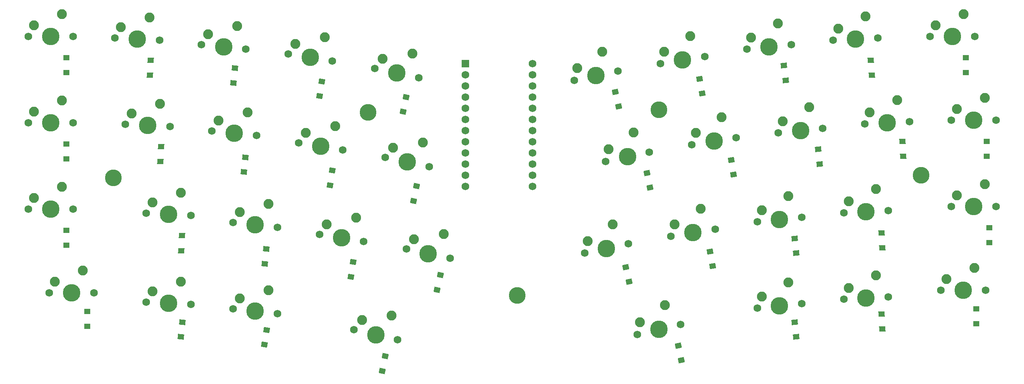
<source format=gbr>
%TF.GenerationSoftware,KiCad,Pcbnew,(6.0.4)*%
%TF.CreationDate,2022-10-11T12:11:31-07:00*%
%TF.ProjectId,tiddlywink,74696464-6c79-4776-996e-6b2e6b696361,rev?*%
%TF.SameCoordinates,Original*%
%TF.FileFunction,Soldermask,Bot*%
%TF.FilePolarity,Negative*%
%FSLAX46Y46*%
G04 Gerber Fmt 4.6, Leading zero omitted, Abs format (unit mm)*
G04 Created by KiCad (PCBNEW (6.0.4)) date 2022-10-11 12:11:31*
%MOMM*%
%LPD*%
G01*
G04 APERTURE LIST*
G04 Aperture macros list*
%AMRotRect*
0 Rectangle, with rotation*
0 The origin of the aperture is its center*
0 $1 length*
0 $2 width*
0 $3 Rotation angle, in degrees counterclockwise*
0 Add horizontal line*
21,1,$1,$2,0,0,$3*%
G04 Aperture macros list end*
%ADD10C,1.750000*%
%ADD11C,3.987800*%
%ADD12C,2.250000*%
%ADD13C,3.800000*%
%ADD14R,1.752600X1.752600*%
%ADD15C,1.752600*%
%ADD16RotRect,1.200000X1.400000X99.000000*%
%ADD17C,0.800000*%
%ADD18RotRect,1.200000X1.400000X84.000000*%
%ADD19RotRect,1.200000X1.400000X81.000000*%
%ADD20R,1.400000X1.200000*%
%ADD21RotRect,1.200000X1.400000X93.000000*%
%ADD22RotRect,1.200000X1.400000X78.000000*%
%ADD23RotRect,1.200000X1.400000X102.000000*%
%ADD24RotRect,1.200000X1.400000X87.000000*%
%ADD25RotRect,1.200000X1.400000X96.000000*%
G04 APERTURE END LIST*
D10*
%TO.C,MX30*%
X237807704Y-66079743D03*
D11*
X242887704Y-66079743D03*
D10*
X247967704Y-66079743D03*
D12*
X239077704Y-63539743D03*
X245427704Y-60999743D03*
%TD*%
D10*
%TO.C,MX13*%
X80061609Y-49941984D03*
D11*
X75009438Y-49410979D03*
D10*
X69957267Y-48879974D03*
D12*
X71485812Y-46486640D03*
X78066528Y-44624310D03*
%TD*%
D10*
%TO.C,MX24*%
X94399814Y-72428812D03*
D11*
X99417271Y-73223499D03*
D10*
X104434728Y-74018186D03*
D12*
X96051522Y-70118755D03*
X102720686Y-68603386D03*
%TD*%
D11*
%TO.C,MX18*%
X203597046Y-48815666D03*
D10*
X198544875Y-49346671D03*
X208649217Y-48284661D03*
D12*
X199542415Y-46687834D03*
X205592127Y-43497992D03*
%TD*%
D10*
%TO.C,MX10*%
X243205200Y-27384398D03*
D11*
X238125200Y-27384398D03*
D10*
X233045200Y-27384398D03*
D12*
X234315200Y-24844398D03*
X240665200Y-22304398D03*
%TD*%
D10*
%TO.C,MX29*%
X223552909Y-67004502D03*
D11*
X218479871Y-67270369D03*
D10*
X213406833Y-67536236D03*
D12*
X214542159Y-64933250D03*
X220750523Y-62064398D03*
%TD*%
D10*
%TO.C,MX8*%
X201505461Y-29234645D03*
X191401119Y-30296655D03*
D11*
X196453290Y-29765650D03*
D12*
X192398659Y-27637818D03*
X198448371Y-24447976D03*
%TD*%
D10*
%TO.C,MX6*%
X152193642Y-37370284D03*
D11*
X157162632Y-36314093D03*
D10*
X162131622Y-35257902D03*
D12*
X152907794Y-34621742D03*
X158590936Y-30817007D03*
%TD*%
D10*
%TO.C,MX27*%
X174171756Y-72827560D03*
X184206670Y-71238186D03*
D11*
X179189213Y-72032873D03*
D12*
X175028777Y-70120160D03*
X180903254Y-66618073D03*
%TD*%
D10*
%TO.C,MX31*%
X33020032Y-85725072D03*
D11*
X38100032Y-85725072D03*
D10*
X43180032Y-85725072D03*
D12*
X34290032Y-83185072D03*
X40640032Y-80645072D03*
%TD*%
D13*
%TO.C,REF\u002A\u002A*%
X230981444Y-58935987D03*
%TD*%
D11*
%TO.C,MX28*%
X198834542Y-69056308D03*
D10*
X193782371Y-69587313D03*
X203886713Y-68525303D03*
D12*
X194779911Y-66928476D03*
X200829623Y-63738634D03*
%TD*%
D10*
%TO.C,MX36*%
X193782371Y-89232642D03*
D11*
X198834542Y-88701637D03*
D10*
X203886713Y-88170632D03*
D12*
X194779911Y-86573805D03*
X200829623Y-83383963D03*
%TD*%
D10*
%TO.C,MX4*%
X87256058Y-31352215D03*
D11*
X92273515Y-32146902D03*
D10*
X97290972Y-32941589D03*
D12*
X88907766Y-29042158D03*
X95576930Y-27526789D03*
%TD*%
D11*
%TO.C,MX22*%
X60126613Y-67865682D03*
D10*
X65199651Y-68131549D03*
X55053575Y-67599815D03*
D12*
X56454768Y-65129763D03*
X62928999Y-62925577D03*
%TD*%
D11*
%TO.C,MX25*%
X119062600Y-76795377D03*
D10*
X114093610Y-75739186D03*
X124031590Y-77851568D03*
D12*
X115863953Y-73518739D03*
X122603286Y-72354483D03*
%TD*%
D11*
%TO.C,MX15*%
X114300096Y-55959422D03*
D10*
X109331106Y-54903231D03*
X119269086Y-57015613D03*
D12*
X111101449Y-52682784D03*
X117840782Y-51518528D03*
%TD*%
D11*
%TO.C,MX17*%
X183951717Y-51196918D03*
D10*
X178934260Y-51991605D03*
X188969174Y-50402231D03*
D12*
X179791281Y-49284205D03*
X185665758Y-45782118D03*
%TD*%
D10*
%TO.C,MX3*%
X77680357Y-30296655D03*
X67576015Y-29234645D03*
D11*
X72628186Y-29765650D03*
D12*
X69104560Y-26841311D03*
X75685276Y-24978981D03*
%TD*%
D10*
%TO.C,MX34*%
X102206540Y-94107329D03*
X112106140Y-96392831D03*
D11*
X107156340Y-95250080D03*
D12*
X104015366Y-91918117D03*
X110773991Y-90871656D03*
%TD*%
D14*
%TO.C,PM1*%
X127516051Y-33552638D03*
D15*
X127516051Y-36092638D03*
X127516051Y-38632638D03*
X127516051Y-41172638D03*
X127516051Y-43712638D03*
X127516051Y-46252638D03*
X127516051Y-48792638D03*
X127516051Y-51332638D03*
X127516051Y-53872638D03*
X127516051Y-56412638D03*
X127516051Y-58952638D03*
X127516051Y-61492638D03*
X142756051Y-61492638D03*
X142756051Y-58952638D03*
X142756051Y-56412638D03*
X142756051Y-53872638D03*
X142756051Y-51332638D03*
X142756051Y-48792638D03*
X142756051Y-46252638D03*
X142756051Y-43712638D03*
X142756051Y-41172638D03*
X142756051Y-38632638D03*
X142756051Y-36092638D03*
X142756051Y-33552638D03*
%TD*%
D10*
%TO.C,MX38*%
X235426452Y-85129759D03*
X245586452Y-85129759D03*
D11*
X240506452Y-85129759D03*
D12*
X236696452Y-82589759D03*
X243046452Y-80049759D03*
%TD*%
D13*
%TO.C,REF\u002A\u002A*%
X171450144Y-44053162D03*
%TD*%
D11*
%TO.C,MX7*%
X176807961Y-32742215D03*
D10*
X181825418Y-31947528D03*
X171790504Y-33536902D03*
D12*
X172647525Y-30829502D03*
X178522002Y-27327415D03*
%TD*%
D10*
%TO.C,MX32*%
X65199651Y-88372191D03*
X55053575Y-87840457D03*
D11*
X60126613Y-88106324D03*
D12*
X56454768Y-85370405D03*
X62928999Y-83166219D03*
%TD*%
D10*
%TO.C,MX19*%
X228315413Y-46763860D03*
D11*
X223242375Y-47029727D03*
D10*
X218169337Y-47295594D03*
D12*
X219304663Y-44692608D03*
X225513027Y-41823756D03*
%TD*%
D10*
%TO.C,MX9*%
X221171657Y-27713844D03*
D11*
X216098619Y-27979711D03*
D10*
X211025581Y-28245578D03*
D12*
X212160907Y-25642592D03*
X218369271Y-22773740D03*
%TD*%
D10*
%TO.C,MX35*%
X166500344Y-95202205D03*
D11*
X171450144Y-94059454D03*
D10*
X176399944Y-92916703D03*
D12*
X167166418Y-92441618D03*
X172782293Y-88538278D03*
%TD*%
D10*
%TO.C,MX20*%
X247967704Y-46434414D03*
D11*
X242887704Y-46434414D03*
D10*
X237807704Y-46434414D03*
D12*
X239077704Y-43894414D03*
X245427704Y-41354414D03*
%TD*%
D10*
%TO.C,MX23*%
X84824113Y-70777939D03*
D11*
X79771942Y-70246934D03*
D10*
X74719771Y-69715929D03*
D12*
X76248316Y-67322595D03*
X82829032Y-65460265D03*
%TD*%
D10*
%TO.C,MX33*%
X84824113Y-90423268D03*
D11*
X79771942Y-89892263D03*
D10*
X74719771Y-89361258D03*
D12*
X76248316Y-86967924D03*
X82829032Y-85105594D03*
%TD*%
D13*
%TO.C,REF\u002A\u002A*%
X139303242Y-86320385D03*
%TD*%
D10*
%TO.C,MX14*%
X89637310Y-51592857D03*
X99672224Y-53182231D03*
D11*
X94654767Y-52387544D03*
D12*
X91289018Y-49282800D03*
X97958182Y-47767431D03*
%TD*%
D11*
%TO.C,MX37*%
X218479871Y-86915698D03*
D10*
X213406833Y-87181565D03*
X223552909Y-86649831D03*
D12*
X214542159Y-84578579D03*
X220750523Y-81709727D03*
%TD*%
D11*
%TO.C,MX21*%
X33337528Y-66675056D03*
D10*
X28257528Y-66675056D03*
X38417528Y-66675056D03*
D12*
X29527528Y-64135056D03*
X35877528Y-61595056D03*
%TD*%
D10*
%TO.C,MX12*%
X60437147Y-47890907D03*
X50291071Y-47359173D03*
D11*
X55364109Y-47625040D03*
D12*
X51692264Y-44889121D03*
X58166495Y-42684935D03*
%TD*%
D10*
%TO.C,MX2*%
X47909819Y-27713844D03*
D11*
X52982857Y-27979711D03*
D10*
X58055895Y-28245578D03*
D12*
X49311012Y-25243792D03*
X55785243Y-23039606D03*
%TD*%
D10*
%TO.C,MX5*%
X116887834Y-36774971D03*
X106949854Y-34662589D03*
D11*
X111918844Y-35718780D03*
D12*
X108720197Y-32442142D03*
X115459530Y-31277886D03*
%TD*%
D11*
%TO.C,MX11*%
X33337528Y-47029727D03*
D10*
X38417528Y-47029727D03*
X28257528Y-47029727D03*
D12*
X29527528Y-44489727D03*
X35877528Y-41949727D03*
%TD*%
D10*
%TO.C,MX16*%
X159337398Y-55824987D03*
X169275378Y-53712605D03*
D11*
X164306388Y-54768796D03*
D12*
X160051550Y-53076445D03*
X165734692Y-49271710D03*
%TD*%
D13*
%TO.C,REF\u002A\u002A*%
X105370401Y-44648475D03*
%TD*%
D10*
%TO.C,MX1*%
X28257528Y-27384398D03*
D11*
X33337528Y-27384398D03*
D10*
X38417528Y-27384398D03*
D12*
X29527528Y-24844398D03*
X35877528Y-22304398D03*
%TD*%
D10*
%TO.C,MX26*%
X154574894Y-76660942D03*
X164512874Y-74548560D03*
D11*
X159543884Y-75604751D03*
D12*
X155289046Y-73912400D03*
X160972188Y-70107665D03*
%TD*%
D13*
%TO.C,REF\u002A\u002A*%
X47625040Y-59531300D03*
%TD*%
D16*
%TO.C,D17*%
X188384847Y-58829118D03*
D17*
X188384847Y-58829118D03*
X187852969Y-55470978D03*
D16*
X187852969Y-55470978D03*
%TD*%
D18*
%TO.C,D13*%
X77212992Y-58245422D03*
D17*
X77212992Y-58245422D03*
D18*
X77568388Y-54864048D03*
D17*
X77568388Y-54864048D03*
%TD*%
D19*
%TO.C,D14*%
X96770080Y-61210370D03*
D17*
X96770080Y-61210370D03*
D19*
X97301958Y-57852230D03*
D17*
X97301958Y-57852230D03*
%TD*%
%TO.C,D33*%
X81887255Y-97524463D03*
D19*
X81887255Y-97524463D03*
D17*
X82419133Y-94166323D03*
D19*
X82419133Y-94166323D03*
%TD*%
D18*
%TO.C,D3*%
X74831740Y-38004780D03*
D17*
X74831740Y-38004780D03*
D18*
X75187136Y-34623406D03*
D17*
X75187136Y-34623406D03*
%TD*%
%TO.C,D38*%
X243483017Y-92782889D03*
D20*
X243483017Y-92782889D03*
D17*
X243483017Y-89382889D03*
D20*
X243483017Y-89382889D03*
%TD*%
D21*
%TO.C,D9*%
X219759468Y-36225824D03*
D17*
X219759468Y-36225824D03*
X219581526Y-32830484D03*
D21*
X219581526Y-32830484D03*
%TD*%
D17*
%TO.C,D10*%
X241101765Y-35632841D03*
D20*
X241101765Y-35632841D03*
X241101765Y-32232841D03*
D17*
X241101765Y-32232841D03*
%TD*%
D20*
%TO.C,D31*%
X41671910Y-93378202D03*
D17*
X41671910Y-93378202D03*
X41671910Y-89978202D03*
D20*
X41671910Y-89978202D03*
%TD*%
D17*
%TO.C,D11*%
X36909406Y-55278170D03*
D20*
X36909406Y-55278170D03*
D17*
X36909406Y-51878170D03*
D20*
X36909406Y-51878170D03*
%TD*%
D17*
%TO.C,D15*%
X115732585Y-64766029D03*
D22*
X115732585Y-64766029D03*
D17*
X116439485Y-61440327D03*
D22*
X116439485Y-61440327D03*
%TD*%
D19*
%TO.C,D24*%
X101532584Y-82046325D03*
D17*
X101532584Y-82046325D03*
D19*
X102064462Y-78688185D03*
D17*
X102064462Y-78688185D03*
%TD*%
D21*
%TO.C,D37*%
X222140720Y-93971185D03*
D17*
X222140720Y-93971185D03*
X221962778Y-90575845D03*
D21*
X221962778Y-90575845D03*
%TD*%
D23*
%TO.C,D16*%
X169422342Y-61789464D03*
D17*
X169422342Y-61789464D03*
D23*
X168715442Y-58463762D03*
D17*
X168715442Y-58463762D03*
%TD*%
%TO.C,D12*%
X58251703Y-55871153D03*
D24*
X58251703Y-55871153D03*
X58429645Y-52475813D03*
D17*
X58429645Y-52475813D03*
%TD*%
D18*
%TO.C,D32*%
X62925480Y-95750141D03*
D17*
X62925480Y-95750141D03*
D18*
X63280876Y-92368767D03*
D17*
X63280876Y-92368767D03*
%TD*%
D25*
%TO.C,D18*%
X207941935Y-56459483D03*
D17*
X207941935Y-56459483D03*
D25*
X207586539Y-53078109D03*
D17*
X207586539Y-53078109D03*
%TD*%
%TO.C,D7*%
X181241091Y-40374415D03*
D16*
X181241091Y-40374415D03*
X180709213Y-37016275D03*
D17*
X180709213Y-37016275D03*
%TD*%
%TO.C,D29*%
X222140720Y-75516482D03*
D21*
X222140720Y-75516482D03*
D17*
X221962778Y-72121142D03*
D21*
X221962778Y-72121142D03*
%TD*%
D17*
%TO.C,D1*%
X36909406Y-35632841D03*
D20*
X36909406Y-35632841D03*
D17*
X36909406Y-32232841D03*
D20*
X36909406Y-32232841D03*
%TD*%
D17*
%TO.C,D20*%
X245864269Y-54682857D03*
D20*
X245864269Y-54682857D03*
X245864269Y-51282857D03*
D17*
X245864269Y-51282857D03*
%TD*%
%TO.C,D19*%
X226903224Y-54680527D03*
D21*
X226903224Y-54680527D03*
D17*
X226725282Y-51285187D03*
D21*
X226725282Y-51285187D03*
%TD*%
D17*
%TO.C,D28*%
X202584118Y-76700125D03*
D25*
X202584118Y-76700125D03*
X202228722Y-73318751D03*
D17*
X202228722Y-73318751D03*
%TD*%
%TO.C,D27*%
X183622343Y-79665073D03*
D16*
X183622343Y-79665073D03*
D17*
X183090465Y-76306933D03*
D16*
X183090465Y-76306933D03*
%TD*%
D25*
%TO.C,D8*%
X200202866Y-37409467D03*
D17*
X200202866Y-37409467D03*
X199847470Y-34028093D03*
D25*
X199847470Y-34028093D03*
%TD*%
D24*
%TO.C,D2*%
X55870451Y-36225824D03*
D17*
X55870451Y-36225824D03*
X56048393Y-32830484D03*
D24*
X56048393Y-32830484D03*
%TD*%
D17*
%TO.C,D26*%
X164659838Y-83220732D03*
D23*
X164659838Y-83220732D03*
X163952938Y-79895030D03*
D17*
X163952938Y-79895030D03*
%TD*%
D18*
%TO.C,D23*%
X81975496Y-79081377D03*
D17*
X81975496Y-79081377D03*
D18*
X82330892Y-75700003D03*
D17*
X82330892Y-75700003D03*
%TD*%
%TO.C,D6*%
X162278586Y-43334761D03*
D23*
X162278586Y-43334761D03*
X161571686Y-40009059D03*
D17*
X161571686Y-40009059D03*
%TD*%
%TO.C,D30*%
X246459582Y-74328186D03*
D20*
X246459582Y-74328186D03*
D17*
X246459582Y-70928186D03*
D20*
X246459582Y-70928186D03*
%TD*%
D17*
%TO.C,D25*%
X121090402Y-85006671D03*
D22*
X121090402Y-85006671D03*
D17*
X121797302Y-81680969D03*
D22*
X121797302Y-81680969D03*
%TD*%
D17*
%TO.C,D22*%
X63014207Y-76111795D03*
D24*
X63014207Y-76111795D03*
X63192149Y-72716455D03*
D17*
X63192149Y-72716455D03*
%TD*%
%TO.C,D36*%
X202584118Y-95750141D03*
D25*
X202584118Y-95750141D03*
X202228722Y-92368767D03*
D17*
X202228722Y-92368767D03*
%TD*%
D22*
%TO.C,D5*%
X113351333Y-44525387D03*
D17*
X113351333Y-44525387D03*
D22*
X114058233Y-41199685D03*
D17*
X114058233Y-41199685D03*
%TD*%
%TO.C,D35*%
X176566098Y-101080122D03*
D23*
X176566098Y-101080122D03*
D17*
X175859198Y-97754420D03*
D23*
X175859198Y-97754420D03*
%TD*%
D19*
%TO.C,D4*%
X94388828Y-40969728D03*
D17*
X94388828Y-40969728D03*
D19*
X94920706Y-37611588D03*
D17*
X94920706Y-37611588D03*
%TD*%
%TO.C,D34*%
X108588829Y-103461374D03*
D22*
X108588829Y-103461374D03*
D17*
X109295729Y-100135672D03*
D22*
X109295729Y-100135672D03*
%TD*%
D20*
%TO.C,D21*%
X36909406Y-74923499D03*
D17*
X36909406Y-74923499D03*
X36909406Y-71523499D03*
D20*
X36909406Y-71523499D03*
%TD*%
M02*

</source>
